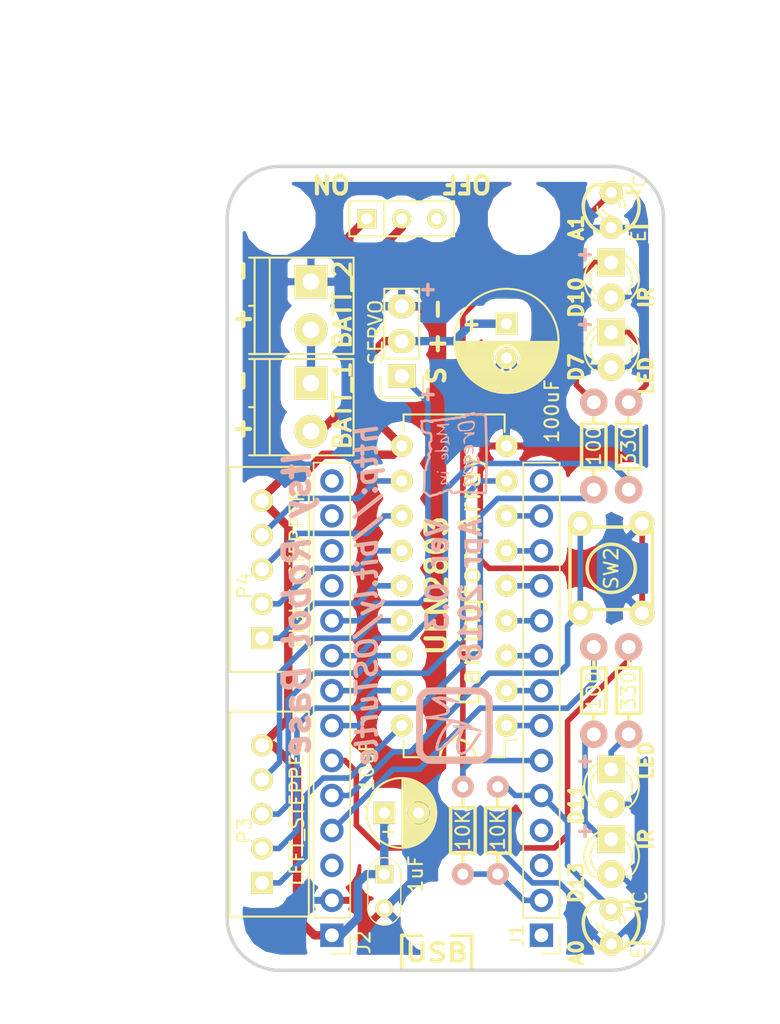
<source format=kicad_pcb>
(kicad_pcb (version 4) (host pcbnew 4.0.7)
  (title_block (title "Itsy Robot Board") (date 2018-04-28) (rev 0.3) (company www.MakersBox.us) (comment 1 "K. Olsen"))
  (layers (0 F.Cu signal) (31 B.Cu signal) (34 B.Paste user) (35 F.Paste user) (36 B.SilkS user hide) (37 F.SilkS user) (38 B.Mask user) (39 F.Mask user) (44 Edge.Cuts user))
  (net 0 "")
  (net 1 GND)
  (net 2 /D10)
  (net 3 /D11)
  (net 4 /D12)
  (net 5 /D13)
  (net 6 "Net-(P3-Pad2)")
  (net 7 "Net-(P3-Pad1)")
  (net 8 "Net-(P4-Pad2)")
  (net 9 "Net-(P4-Pad1)")
  (net 10 "Net-(P5-Pad2)")
  (net 11 "Net-(P6-Pad2)")
  (net 12 "Net-(P3-Pad3)")
  (net 13 "Net-(P3-Pad4)")
  (net 14 "Net-(P4-Pad3)")
  (net 15 "Net-(P4-Pad4)")
  (net 16 /A4)
  (net 17 /A5)
  (net 18 /A0)
  (net 19 /A1)
  (net 20 /D5)
  (net 21 "Net-(D2-Pad2)")
  (net 22 "Net-(D3-Pad2)")
  (net 23 "Net-(D4-Pad2)")
  (net 24 "Net-(D5-Pad2)")
  (net 25 /D9)
  (net 26 /A2)
  (net 27 /A3)
  (net 28 /BAT)
  (net 29 /RST)
  (net 30 +3V3)
  (net 31 "Net-(J1-Pad3)")
  (net 32 "Net-(J1-Pad4)")
  (net 33 /D15)
  (net 34 /D16)
  (net 35 /D14)
  (net 36 "Net-(J1-Pad14)")
  (net 37 /USB)
  (net 38 /D7)
  (net 39 /SCL)
  (net 40 /SDA)
  (net 41 /TX)
  (net 42 /RX)
  (module library:JST_B5B-XH-A (layer F.Cu) (at 124.46 111.76 90)
    (fp_text reference P3 (at 3.81 -1.27 90) (layer F.SilkS))
    (fp_text value LEFT_STEPPER (at 5.08 2.54 90) (layer F.SilkS))
    (pad 1 thru_hole rect (at 0 0 90) (size 1.6 1.6) (drill 1) (layers *.Cu *.Mask F.SilkS) (net 7 "Net-(P3-Pad1)"))
    (pad 2 thru_hole circle (at 2.5 0 90) (size 1.6 1.6) (drill 1) (layers *.Cu *.Mask F.SilkS) (net 6 "Net-(P3-Pad2)"))
    (pad 3 thru_hole circle (at 5 0 90) (size 1.6 1.6) (drill 1) (layers *.Cu *.Mask F.SilkS) (net 12 "Net-(P3-Pad3)"))
    (pad 4 thru_hole circle (at 7.5 0 90) (size 1.6 1.6) (drill 1) (layers *.Cu *.Mask F.SilkS) (net 13 "Net-(P3-Pad4)"))
    (pad 5 thru_hole circle (at 10 0 90) (size 1.6 1.6) (drill 1) (layers *.Cu *.Mask F.SilkS) (net 28 /BAT))
  )
  (module Capacitors_ThroughHole:C_Radial_D5_L11_P2.5 (layer F.Cu) (at 133.35 106.68)
    (fp_text reference C2 hide)
    (fp_text value 10uF (at -1.27 -3.429 90) (layer F.SilkS))
    (fp_text user + (at 0.3 1.3) (layer F.SilkS))
    (pad 1 thru_hole rect (at 0 0) (size 1.6 1.6) (drill 0.8) (layers *.Cu *.Mask F.SilkS) (net 28 /BAT))
    (pad 2 thru_hole circle (at 2.5 0) (size 1.6 1.6) (drill 0.8) (layers *.Cu *.Mask F.SilkS) (net 1 GND))
  )
  (module Pin_Headers:Pin_Header_Straight_1x14_Pitch2.54mm (layer F.Cu) (at 144.78 115.57 180)
    (fp_text reference J1 (at 1.778 0 270) (layer F.SilkS))
    (fp_text value Isty_Left)
    (pad 1 thru_hole rect (at 0 0 180) (size 1.7 1.7) (drill 1) (layers *.Cu *.Mask) (net 29 /RST))
    (pad 2 thru_hole oval (at 0 2.54 180) (size 1.7 1.7) (drill 1) (layers *.Cu *.Mask) (net 30 +3V3))
    (pad 3 thru_hole oval (at 0 5.08 180) (size 1.7 1.7) (drill 1) (layers *.Cu *.Mask) (net 31 "Net-(J1-Pad3)"))
    (pad 4 thru_hole oval (at 0 7.62 180) (size 1.7 1.7) (drill 1) (layers *.Cu *.Mask) (net 32 "Net-(J1-Pad4)"))
    (pad 5 thru_hole oval (at 0 10.16 180) (size 1.7 1.7) (drill 1) (layers *.Cu *.Mask) (net 18 /A0))
    (pad 6 thru_hole oval (at 0 12.7 180) (size 1.7 1.7) (drill 1) (layers *.Cu *.Mask) (net 19 /A1))
    (pad 7 thru_hole oval (at 0 15.24 180) (size 1.7 1.7) (drill 1) (layers *.Cu *.Mask) (net 26 /A2))
    (pad 8 thru_hole oval (at 0 17.78 180) (size 1.7 1.7) (drill 1) (layers *.Cu *.Mask) (net 27 /A3))
    (pad 9 thru_hole oval (at 0 20.32 180) (size 1.7 1.7) (drill 1) (layers *.Cu *.Mask) (net 16 /A4))
    (pad 10 thru_hole oval (at 0 22.86 180) (size 1.7 1.7) (drill 1) (layers *.Cu *.Mask) (net 17 /A5))
    (pad 11 thru_hole oval (at 0 25.4 180) (size 1.7 1.7) (drill 1) (layers *.Cu *.Mask) (net 33 /D15))
    (pad 12 thru_hole oval (at 0 27.94 180) (size 1.7 1.7) (drill 1) (layers *.Cu *.Mask) (net 34 /D16))
    (pad 13 thru_hole oval (at 0 30.48 180) (size 1.7 1.7) (drill 1) (layers *.Cu *.Mask) (net 35 /D14))
    (pad 14 thru_hole oval (at 0 33.02 180) (size 1.7 1.7) (drill 1) (layers *.Cu *.Mask) (net 36 "Net-(J1-Pad14)"))
  )
  (module Capacitors_ThroughHole:C_Disc_D3_P2.5 (layer F.Cu) (at 133.35 111.125 270)
    (fp_text reference C3 hide)
    (fp_text value 1uF (at 0 -2.286 450) (layer F.SilkS))
    (pad 1 thru_hole rect (at 0 0 270) (size 1.3 1.3) (drill 0.8) (layers *.Cu *.Mask F.SilkS) (net 28 /BAT))
    (pad 2 thru_hole circle (at 2.5 0 270) (size 1.3 1.3) (drill 0.8001) (layers *.Cu *.Mask F.SilkS) (net 1 GND))
  )
  (module myFootPrints:PHOTOTRANS (layer F.Cu) (at 149.86 114.935 90)
    (fp_text reference Q2 hide)
    (fp_text value OPTO_NPN hide)
    (fp_text user E (at -1.9 2 90) (layer F.SilkS))
    (fp_text user C (at 2.1 2.1 90) (layer F.SilkS))
    (pad 1 thru_hole circle (at -1.27 0 90) (size 1.6764 1.6764) (drill 0.8128) (layers *.Cu *.Mask F.SilkS) (net 1 GND))
    (pad 3 thru_hole circle (at 1.27 0 135) (size 1.6764 1.6764) (drill 0.8128) (layers *.Cu *.Mask F.SilkS) (net 18 /A0))
  )
  (module myFootPrints:PHOTOTRANS (layer F.Cu) (at 149.86 62.865 90)
    (fp_text reference Q1 hide)
    (fp_text value OPTO_NPN hide)
    (fp_text user E (at -1.9 2 90) (layer F.SilkS))
    (fp_text user C (at 2.1 2.1 90) (layer F.SilkS))
    (pad 1 thru_hole circle (at -1.27 0 90) (size 1.6764 1.6764) (drill 0.8128) (layers *.Cu *.Mask F.SilkS) (net 1 GND))
    (pad 3 thru_hole circle (at 1.27 0 135) (size 1.6764 1.6764) (drill 0.8128) (layers *.Cu *.Mask F.SilkS) (net 19 /A1))
  )
  (module Housings_DIP:DIP-18_W7.62mm (layer F.Cu) (at 142.24 100.33 180)
    (fp_text reference U1 hide)
    (fp_text value ULN2803 (at 5.08 10.16 270) (layer F.SilkS) (effects (font (size 1.5 1.5) (thickness 0.3))))
    (pad 1 thru_hole oval (at 0 0 180) (size 1.6 1.6) (drill 0.8) (layers *.Cu *.Mask F.SilkS) (net 26 /A2))
    (pad 2 thru_hole oval (at 0 2.54 180) (size 1.6 1.6) (drill 0.8) (layers *.Cu *.Mask F.SilkS) (net 27 /A3))
    (pad 3 thru_hole oval (at 0 5.08 180) (size 1.6 1.6) (drill 0.8) (layers *.Cu *.Mask F.SilkS) (net 16 /A4))
    (pad 4 thru_hole oval (at 0 7.62 180) (size 1.6 1.6) (drill 0.8) (layers *.Cu *.Mask F.SilkS) (net 17 /A5))
    (pad 5 thru_hole oval (at 0 10.16 180) (size 1.6 1.6) (drill 0.8) (layers *.Cu *.Mask F.SilkS) (net 33 /D15))
    (pad 6 thru_hole oval (at 0 12.7 180) (size 1.6 1.6) (drill 0.8) (layers *.Cu *.Mask F.SilkS) (net 34 /D16))
    (pad 7 thru_hole oval (at 0 15.24 180) (size 1.6 1.6) (drill 0.8) (layers *.Cu *.Mask F.SilkS) (net 35 /D14))
    (pad 8 thru_hole oval (at 0 17.78 180) (size 1.6 1.6) (drill 0.8) (layers *.Cu *.Mask F.SilkS) (net 25 /D9))
    (pad 9 thru_hole oval (at 0 20.32 180) (size 1.6 1.6) (drill 0.8) (layers *.Cu *.Mask F.SilkS) (net 1 GND))
    (pad 10 thru_hole oval (at 7.62 20.32 180) (size 1.6 1.6) (drill 0.8) (layers *.Cu *.Mask F.SilkS) (net 28 /BAT))
    (pad 11 thru_hole oval (at 7.62 17.78 180) (size 1.6 1.6) (drill 0.8) (layers *.Cu *.Mask F.SilkS) (net 15 "Net-(P4-Pad4)"))
    (pad 12 thru_hole oval (at 7.62 15.24 180) (size 1.6 1.6) (drill 0.8) (layers *.Cu *.Mask F.SilkS) (net 14 "Net-(P4-Pad3)"))
    (pad 13 thru_hole oval (at 7.62 12.7 180) (size 1.6 1.6) (drill 0.8) (layers *.Cu *.Mask F.SilkS) (net 8 "Net-(P4-Pad2)"))
    (pad 14 thru_hole oval (at 7.62 10.16 180) (size 1.6 1.6) (drill 0.8) (layers *.Cu *.Mask F.SilkS) (net 9 "Net-(P4-Pad1)"))
    (pad 15 thru_hole oval (at 7.62 7.62 180) (size 1.6 1.6) (drill 0.8) (layers *.Cu *.Mask F.SilkS) (net 13 "Net-(P3-Pad4)"))
    (pad 16 thru_hole oval (at 7.62 5.08 180) (size 1.6 1.6) (drill 0.8) (layers *.Cu *.Mask F.SilkS) (net 12 "Net-(P3-Pad3)"))
    (pad 17 thru_hole oval (at 7.62 2.54 180) (size 1.6 1.6) (drill 0.8) (layers *.Cu *.Mask F.SilkS) (net 6 "Net-(P3-Pad2)"))
    (pad 18 thru_hole oval (at 7.62 0 180) (size 1.6 1.6) (drill 0.8) (layers *.Cu *.Mask F.SilkS) (net 7 "Net-(P3-Pad1)"))
  )
  (module library:JST_B5B-XH-A (layer F.Cu) (at 124.46 93.98 90)
    (fp_text reference P4 (at 3.81 -1.27 90) (layer F.SilkS))
    (fp_text value RIGHT_STEPPER (at 5.08 2.54 90) (layer F.SilkS))
    (pad 1 thru_hole rect (at 0 0 90) (size 1.6 1.6) (drill 1) (layers *.Cu *.Mask F.SilkS) (net 9 "Net-(P4-Pad1)"))
    (pad 2 thru_hole circle (at 2.5 0 90) (size 1.6 1.6) (drill 1) (layers *.Cu *.Mask F.SilkS) (net 8 "Net-(P4-Pad2)"))
    (pad 3 thru_hole circle (at 5 0 90) (size 1.6 1.6) (drill 1) (layers *.Cu *.Mask F.SilkS) (net 14 "Net-(P4-Pad3)"))
    (pad 4 thru_hole circle (at 7.5 0 90) (size 1.6 1.6) (drill 1) (layers *.Cu *.Mask F.SilkS) (net 15 "Net-(P4-Pad4)"))
    (pad 5 thru_hole circle (at 10 0 90) (size 1.6 1.6) (drill 1) (layers *.Cu *.Mask F.SilkS) (net 28 /BAT))
  )
  (module myFootPrints:Lego_Pad (layer F.Cu) (at 137.16 114.3)
    (fp_text reference P9 hide)
    (fp_text value CONN_01X01 hide)
    (pad "" np_thru_hole circle (at 0 0) (size 3.25 3.25) (drill 3.25) (layers *.Cu *.Mask))
  )
  (module myFootPrints:Lego_Pad (layer F.Cu) (at 143.51 63.5)
    (fp_text reference P9 hide)
    (fp_text value CONN_01X01 hide)
    (pad "" np_thru_hole circle (at 0 0) (size 3.25 3.25) (drill 3.25) (layers *.Cu *.Mask))
  )
  (module myFootPrints:Lego_Pad (layer F.Cu) (at 125.73 63.5)
    (fp_text reference P9 hide)
    (fp_text value CONN_01X01 hide)
    (pad "" np_thru_hole circle (at 0 0) (size 3.25 3.25) (drill 3.25) (layers *.Cu *.Mask))
  )
  (module Capacitors_ThroughHole:C_Radial_D7.5_L11.2_P2.5 (layer F.Cu) (at 142.24 71.12 270)
    (fp_text reference C1 hide)
    (fp_text value 100uF (at 6.35 -3.302 450) (layer F.SilkS))
    (pad 2 thru_hole circle (at 2.5 0 270) (size 1.6 1.6) (drill 0.8) (layers *.Cu *.Mask F.SilkS) (net 1 GND))
    (pad 1 thru_hole rect (at 0 0 270) (size 1.6 1.6) (drill 0.8) (layers *.Cu *.Mask F.SilkS) (net 28 /BAT))
  )
  (module Pin_Headers:Pin_Header_Straight_1x03 (layer F.Cu) (at 134.62 74.93 180)
    (fp_text reference P7 hide)
    (fp_text value SERVO (at 1.905 3.175 270) (layer F.SilkS))
    (pad 1 thru_hole rect (at 0 0 180) (size 2.032 1.7272) (drill 1.016) (layers *.Cu *.Mask F.SilkS) (net 20 /D5))
    (pad 2 thru_hole oval (at 0 2.54 180) (size 2.032 1.7272) (drill 1.016) (layers *.Cu *.Mask F.SilkS) (net 28 /BAT))
    (pad 3 thru_hole oval (at 0 5.08 180) (size 2.032 1.7272) (drill 1.016) (layers *.Cu *.Mask F.SilkS) (net 1 GND))
  )
  (module myFootPrints:SW_Micro_SPST (layer F.Cu) (at 134.62 63.5)
    (fp_text reference SW1 hide)
    (fp_text value SPST)
    (pad 1 thru_hole rect (at -2.54 0) (size 1.397 1.397) (drill 0.8128) (layers *.Cu *.Mask F.SilkS) (net 11 "Net-(P6-Pad2)"))
    (pad 2 thru_hole circle (at 0 0) (size 1.397 1.397) (drill 0.8128) (layers *.Cu *.Mask F.SilkS) (net 28 /BAT))
    (pad 3 thru_hole circle (at 2.54 0) (size 1.397 1.397) (drill 0.8128) (layers *.Cu *.Mask F.SilkS))
  )
  (module myFootPrints:MadeInOregonRev25 (layer F.Cu) (at 138.43 80.645 90)
    (fp_text reference VAL hide)
    (fp_text value MadeInOregonRev25 hide)
  )
  (module myFootPrints:MB225rev (layer F.Cu) (at 138.43 100.33 90)
    (fp_text reference VAL hide)
    (fp_text value MB225rev hide)
  )
  (module Terminal_Blocks:TerminalBlock_Pheonix_PT-3.5mm_2pol (layer F.Cu) (at 128.016 68.072 270)
    (fp_text reference P5 hide)
    (fp_text value BATT1)
    (pad 2 thru_hole circle (at 3.5 0 270) (size 2.4 2.4) (drill 1.2) (layers *.Cu *.Mask F.SilkS) (net 10 "Net-(P5-Pad2)"))
    (pad 1 thru_hole rect (at 0 0 270) (size 2.4 2.4) (drill 1.2) (layers *.Cu *.Mask F.SilkS) (net 1 GND))
  )
  (module Terminal_Blocks:TerminalBlock_Pheonix_PT-3.5mm_2pol (layer F.Cu) (at 128.016 75.438 270)
    (fp_text reference P6 hide)
    (fp_text value BATT2)
    (pad 2 thru_hole circle (at 3.5 0 270) (size 2.4 2.4) (drill 1.2) (layers *.Cu *.Mask F.SilkS) (net 11 "Net-(P6-Pad2)"))
    (pad 1 thru_hole rect (at 0 0 270) (size 2.4 2.4) (drill 1.2) (layers *.Cu *.Mask F.SilkS) (net 10 "Net-(P5-Pad2)"))
  )
  (module LEDs:LED-3MM (layer F.Cu) (at 149.86 111.125 90)
    (fp_text reference D2 hide)
    (fp_text value IR_LED)
    (pad 1 thru_hole circle (at 0 0 180) (size 2 2) (drill 1.00076) (layers *.Cu *.Mask F.SilkS) (net 1 GND))
    (pad 2 thru_hole rect (at 2.54 0 90) (size 2 2) (drill 1.00076) (layers *.Cu *.Mask F.SilkS) (net 21 "Net-(D2-Pad2)"))
  )
  (module LEDs:LED-3MM (layer F.Cu) (at 149.86 74.295 90)
    (fp_text reference D3 hide)
    (fp_text value LED)
    (pad 1 thru_hole circle (at 0 0 180) (size 2 2) (drill 1.00076) (layers *.Cu *.Mask F.SilkS) (net 1 GND))
    (pad 2 thru_hole rect (at 2.54 0 90) (size 2 2) (drill 1.00076) (layers *.Cu *.Mask F.SilkS) (net 22 "Net-(D3-Pad2)"))
  )
  (module LEDs:LED-3MM (layer F.Cu) (at 149.86 106.045 90)
    (fp_text reference D4 hide)
    (fp_text value LED)
    (pad 1 thru_hole circle (at 0 0 180) (size 2 2) (drill 1.00076) (layers *.Cu *.Mask F.SilkS) (net 1 GND))
    (pad 2 thru_hole rect (at 2.54 0 90) (size 2 2) (drill 1.00076) (layers *.Cu *.Mask F.SilkS) (net 23 "Net-(D4-Pad2)"))
  )
  (module LEDs:LED-3MM (layer F.Cu) (at 149.86 69.215 90)
    (fp_text reference D5 hide)
    (fp_text value "IR LED")
    (pad 1 thru_hole circle (at 0 0 180) (size 2 2) (drill 1.00076) (layers *.Cu *.Mask F.SilkS) (net 1 GND))
    (pad 2 thru_hole rect (at 2.54 0 90) (size 2 2) (drill 1.00076) (layers *.Cu *.Mask F.SilkS) (net 24 "Net-(D5-Pad2)"))
  )
  (module myFootPrints:Resistor_Horz (layer F.Cu) (at 148.59 97.79 270)
    (fp_text reference R2)
    (fp_text value 100 (at 0 0 270) (layer F.SilkS))
    (pad 1 thru_hole circle (at -3.175 0 270) (size 1.99898 1.99898) (drill 1.00076) (layers *.Cu *.SilkS *.Mask) (net 5 /D13))
    (pad 2 thru_hole circle (at 3.175 0 270) (size 1.99898 1.99898) (drill 1.00076) (layers *.Cu *.SilkS *.Mask) (net 21 "Net-(D2-Pad2)"))
  )
  (module myFootPrints:Resistor_Horz (layer F.Cu) (at 151.13 80.01 90)
    (fp_text reference R3)
    (fp_text value 330 (at 0 0 90) (layer F.SilkS))
    (pad 1 thru_hole circle (at -3.175 0 90) (size 1.99898 1.99898) (drill 1.00076) (layers *.Cu *.SilkS *.Mask) (net 38 /D7))
    (pad 2 thru_hole circle (at 3.175 0 90) (size 1.99898 1.99898) (drill 1.00076) (layers *.Cu *.SilkS *.Mask) (net 22 "Net-(D3-Pad2)"))
  )
  (module myFootPrints:Resistor_Horz (layer F.Cu) (at 151.13 97.79 270)
    (fp_text reference R4)
    (fp_text value 330 (at 0 0 270) (layer F.SilkS))
    (pad 1 thru_hole circle (at -3.175 0 270) (size 1.99898 1.99898) (drill 1.00076) (layers *.Cu *.SilkS *.Mask) (net 3 /D11))
    (pad 2 thru_hole circle (at 3.175 0 270) (size 1.99898 1.99898) (drill 1.00076) (layers *.Cu *.SilkS *.Mask) (net 23 "Net-(D4-Pad2)"))
  )
  (module myFootPrints:Resistor_Horz (layer F.Cu) (at 148.59 80.01 90)
    (fp_text reference R5)
    (fp_text value 100 (at 0 0 90) (layer F.SilkS))
    (pad 1 thru_hole circle (at -3.175 0 90) (size 1.99898 1.99898) (drill 1.00076) (layers *.Cu *.SilkS *.Mask) (net 2 /D10))
    (pad 2 thru_hole circle (at 3.175 0 90) (size 1.99898 1.99898) (drill 1.00076) (layers *.Cu *.SilkS *.Mask) (net 24 "Net-(D5-Pad2)"))
  )
  (module myFootPrints:Resistor_Horz (layer F.Cu) (at 141.605 107.95 90)
    (fp_text reference R6)
    (fp_text value 10K (at 0 0 90) (layer F.SilkS))
    (pad 1 thru_hole circle (at -3.175 0 90) (size 1.6 1.6) (drill 0.8) (layers *.Cu *.SilkS *.Mask) (net 30 +3V3))
    (pad 2 thru_hole circle (at 3.175 0 90) (size 1.6 1.6) (drill 0.8) (layers *.Cu *.SilkS *.Mask) (net 18 /A0))
  )
  (module myFootPrints:Resistor_Horz (layer F.Cu) (at 139.065 107.95 90)
    (fp_text reference R7)
    (fp_text value 10K (at 0 0 90) (layer F.SilkS))
    (pad 1 thru_hole circle (at -3.175 0 90) (size 1.6 1.6) (drill 0.8) (layers *.Cu *.SilkS *.Mask) (net 30 +3V3))
    (pad 2 thru_hole circle (at 3.175 0 90) (size 1.6 1.6) (drill 0.8) (layers *.Cu *.SilkS *.Mask) (net 19 /A1))
  )
  (module myFootPrints:SW_PUSH_SMALL (layer F.Cu) (at 149.86 88.9 90)
    (fp_text reference SW2 (at 0 0 90) (layer F.SilkS))
    (fp_text value SW_PUSH hide)
    (pad 1 thru_hole circle (at 3.25 -2.25 90) (size 1.8 1.8) (drill 1) (layers *.Cu *.Mask F.SilkS) (net 4 /D12))
    (pad 2 thru_hole circle (at 3.25 2.25 90) (size 1.8 1.8) (drill 1) (layers *.Cu *.Mask F.SilkS) (net 1 GND))
    (pad 1 thru_hole circle (at -3.25 -2.25 90) (size 1.8 1.8) (drill 1) (layers *.Cu *.Mask F.SilkS) (net 4 /D12))
    (pad 2 thru_hole circle (at -3.25 2.25 90) (size 1.8 1.8) (drill 1) (layers *.Cu *.Mask F.SilkS) (net 1 GND))
  )
  (module Pin_Headers:Pin_Header_Straight_1x14_Pitch2.54mm (layer F.Cu) (at 129.54 115.57 180)
    (fp_text reference J2 (at -2.286 -0.508 270) (layer F.SilkS))
    (fp_text value Itsy_right)
    (pad 1 thru_hole rect (at 0 0 180) (size 1.7 1.7) (drill 1) (layers *.Cu *.Mask) (net 28 /BAT))
    (pad 2 thru_hole oval (at 0 2.54 180) (size 1.7 1.7) (drill 1) (layers *.Cu *.Mask) (net 1 GND))
    (pad 3 thru_hole oval (at 0 5.08 180) (size 1.7 1.7) (drill 1) (layers *.Cu *.Mask) (net 37 /USB))
    (pad 4 thru_hole oval (at 0 7.62 180) (size 1.7 1.7) (drill 1) (layers *.Cu *.Mask) (net 5 /D13))
    (pad 5 thru_hole oval (at 0 10.16 180) (size 1.7 1.7) (drill 1) (layers *.Cu *.Mask) (net 4 /D12))
    (pad 6 thru_hole oval (at 0 12.7 180) (size 1.7 1.7) (drill 1) (layers *.Cu *.Mask) (net 3 /D11))
    (pad 7 thru_hole oval (at 0 15.24 180) (size 1.7 1.7) (drill 1) (layers *.Cu *.Mask) (net 2 /D10))
    (pad 8 thru_hole oval (at 0 17.78 180) (size 1.7 1.7) (drill 1) (layers *.Cu *.Mask) (net 25 /D9))
    (pad 9 thru_hole oval (at 0 20.32 180) (size 1.7 1.7) (drill 1) (layers *.Cu *.Mask) (net 38 /D7))
    (pad 10 thru_hole oval (at 0 22.86 180) (size 1.7 1.7) (drill 1) (layers *.Cu *.Mask) (net 20 /D5))
    (pad 11 thru_hole oval (at 0 25.4 180) (size 1.7 1.7) (drill 1) (layers *.Cu *.Mask) (net 39 /SCL))
    (pad 12 thru_hole oval (at 0 27.94 180) (size 1.7 1.7) (drill 1) (layers *.Cu *.Mask) (net 40 /SDA))
    (pad 13 thru_hole oval (at 0 30.48 180) (size 1.7 1.7) (drill 1) (layers *.Cu *.Mask) (net 41 /TX))
    (pad 14 thru_hole oval (at 0 33.02 180) (size 1.7 1.7) (drill 1) (layers *.Cu *.Mask) (net 42 /RX))
  )
  (gr_line (start 139.7 115.57) (end 139.7 118.11) (angle 90) (layer F.SilkS) (width 0.254))
  (gr_line (start 136.525 115.57) (end 139.7 115.57) (angle 90) (layer F.SilkS) (width 0.254))
  (gr_line (start 134.62 115.57) (end 136.525 115.57) (angle 90) (layer F.SilkS) (width 0.254))
  (gr_line (start 134.62 118.11) (end 134.62 115.57) (angle 90) (layer F.SilkS) (width 0.254))
  (gr_text USB (at 137.16 116.84) (layer F.SilkS) (effects (font (size 1.27 1.5) (thickness 0.3))))
  (gr_text http://bit.ly/OSTurtle (at 132.08 90.805 90) (layer B.SilkS) (effects (font (size 1.5 1.5) (thickness 0.3) italic) (justify mirror)))
  (gr_text "Darlington Array" (at 139.573 89.789 90) (layer F.SilkS) (effects (font (size 1.5 1.5) (thickness 0.2))))
  (gr_text + (at 136.525 76.2) (layer B.SilkS) (effects (font (size 1 1) (thickness 0.25)) (justify mirror)))
  (gr_text + (at 136.525 68.58) (layer B.SilkS) (effects (font (size 1 1) (thickness 0.25)) (justify mirror)))
  (gr_text + (at 147.955 71.12) (layer B.SilkS) (effects (font (size 1 1) (thickness 0.25)) (justify mirror)))
  (gr_text + (at 147.955 66.04) (layer B.SilkS) (effects (font (size 1 1) (thickness 0.25)) (justify mirror)))
  (gr_text + (at 147.955 102.87) (layer B.SilkS) (effects (font (size 1 1) (thickness 0.25)) (justify mirror)))
  (gr_text + (at 147.955 107.95) (layer B.SilkS) (effects (font (size 1 1) (thickness 0.25)) (justify mirror)))
  (gr_text A1 (at 147.32 64.135 90) (layer F.SilkS) (effects (font (size 1 1) (thickness 0.25))))
  (gr_text D10 (at 147.32 69.215 90) (layer F.SilkS) (effects (font (size 1 1) (thickness 0.25))))
  (gr_text D7 (at 147.32 74.295 90) (layer F.SilkS) (effects (font (size 1 1) (thickness 0.25))))
  (gr_text D11 (at 147.32 106.045 90) (layer F.SilkS) (effects (font (size 1 1) (thickness 0.25))))
  (gr_text D13 (at 147.32 111.76 90) (layer F.SilkS) (effects (font (size 1 1) (thickness 0.25))))
  (gr_text A0 (at 147.32 116.84 90) (layer F.SilkS) (effects (font (size 1 1) (thickness 0.25))))
  (gr_line (start 148.59 59.69) (end 149.86 59.69) (angle 90) (layer Edge.Cuts) (width 0.254))
  (gr_line (start 148.59 118.11) (end 149.86 118.11) (angle 90) (layer Edge.Cuts) (width 0.254))
  (gr_text + (at 147.955 107.95) (layer F.SilkS) (effects (font (size 1.016 1.016) (thickness 0.254))))
  (gr_text + (at 147.955 102.87) (layer F.SilkS) (effects (font (size 1.016 1.016) (thickness 0.254))))
  (gr_text + (at 139.7 71.12) (layer F.SilkS) (effects (font (size 1.016 1.016) (thickness 0.254))))
  (gr_text + (at 147.955 66.04) (layer F.SilkS) (effects (font (size 1.016 1.016) (thickness 0.254))))
  (gr_text + (at 147.955 71.12) (layer F.SilkS) (effects (font (size 1.016 1.016) (thickness 0.254))))
  (gr_text LED (at 152.4 74.93 90) (layer F.SilkS) (effects (font (size 1.016 1.016) (thickness 0.254))))
  (gr_text IR (at 152.4 69.215 90) (layer F.SilkS) (effects (font (size 1.016 1.016) (thickness 0.254))))
  (gr_text LED (at 152.4 102.87 90) (layer F.SilkS) (effects (font (size 1.016 1.016) (thickness 0.254))))
  (gr_text IR (at 152.4 108.585 90) (layer F.SilkS) (effects (font (size 1.016 1.016) (thickness 0.254))))
  (gr_line (start 143.51 59.69) (end 148.59 59.69) (angle 90) (layer Edge.Cuts) (width 0.254))
  (gr_line (start 143.51 118.11) (end 148.59 118.11) (angle 90) (layer Edge.Cuts) (width 0.254))
  (gr_line (start 153.67 114.3) (end 153.67 63.5) (angle 90) (layer Edge.Cuts) (width 0.254))
  (gr_text "BATT_1 BATT_2" (at 130.302 73.406 90) (layer F.SilkS) (effects (font (size 1.25 1.25) (thickness 0.25))))
  (gr_text "Ver 0.3\nApr 2018" (at 138.43 85.09 90) (layer B.SilkS) (effects (font (size 1.5 1.5) (thickness 0.3)) (justify left mirror)))
  (gr_text "Itsy Robot Base" (at 127 91.44 90) (layer B.SilkS) (effects (font (size 1.85 1.85) (thickness 0.4) italic) (justify mirror)))
  (gr_text "S + -" (at 137.16 72.39 90) (layer F.SilkS) (effects (font (size 1.25 1.25) (thickness 0.3))))
  (gr_line (start 143.51 59.69) (end 125.73 59.69) (angle 90) (layer Edge.Cuts) (width 0.254))
  (gr_line (start 121.92 66.04) (end 121.92 63.5) (angle 90) (layer Edge.Cuts) (width 0.254))
  (gr_line (start 121.92 114.3) (end 121.92 113.03) (angle 90) (layer Edge.Cuts) (width 0.254))
  (gr_line (start 125.73 118.11) (end 143.51 118.11) (angle 90) (layer Edge.Cuts) (width 0.254))
  (gr_arc (start 149.86 114.3) (end 153.67 114.3) (angle 90) (layer Edge.Cuts) (width 0.254))
  (gr_arc (start 125.73 114.3) (end 125.73 118.11) (angle 90) (layer Edge.Cuts) (width 0.254))
  (gr_arc (start 149.86 63.5) (end 149.86 59.69) (angle 90) (layer Edge.Cuts) (width 0.254))
  (gr_arc (start 125.73 63.5) (end 121.92 63.5) (angle 90) (layer Edge.Cuts) (width 0.254))
  (gr_text "-  +   -  +" (at 123.19 73.025 270) (layer F.SilkS) (effects (font (size 1.27 1.27) (thickness 0.3))))
  (gr_text "OFF       ON" (at 134.62 60.96 180) (layer F.SilkS) (effects (font (size 1.27 1.27) (thickness 0.3))))
  (gr_line (start 121.92 113.03) (end 121.92 66.04) (angle 90) (layer Edge.Cuts) (width 0.254))
  (segment (start 152.11 92.15) (end 152.11 89.88) (width 0.4064) (layer F.Cu) (net 1))
  (segment (start 140.97 80.01) (end 142.24 80.01) (width 0.4064) (layer F.Cu) (net 1))
  (segment (start 140.335 80.645) (end 140.97 80.01) (width 0.4064) (layer F.Cu) (net 1))
  (segment (start 140.335 88.265) (end 140.335 80.645) (width 0.4064) (layer F.Cu) (net 1))
  (segment (start 140.97 88.9) (end 140.335 88.265) (width 0.4064) (layer F.Cu) (net 1))
  (segment (start 151.13 88.9) (end 140.97 88.9) (width 0.4064) (layer F.Cu) (net 1))
  (segment (start 152.11 89.88) (end 151.13 88.9) (width 0.4064) (layer F.Cu) (net 1))
  (segment (start 135.85 106.68) (end 135.85 104.18) (width 0.6096) (layer F.Cu) (net 1))
  (segment (start 135.89 69.85) (end 134.62 69.85) (width 0.6096) (layer F.Cu) (net 1))
  (segment (start 137.16 71.12) (end 135.89 69.85) (width 0.6096) (layer F.Cu) (net 1))
  (segment (start 137.16 102.87) (end 137.16 71.12) (width 0.6096) (layer F.Cu) (net 1))
  (segment (start 135.85 104.18) (end 137.16 102.87) (width 0.6096) (layer F.Cu) (net 1))
  (segment (start 152.035 85.725) (end 152.11 85.65) (width 0.4064) (layer F.Cu) (net 1))
  (segment (start 152.11 85.65) (end 152.11 92.15) (width 0.4064) (layer F.Cu) (net 1))
  (segment (start 134.62 69.85) (end 137.16 69.85) (width 0.4064) (layer B.Cu) (net 1))
  (segment (start 137.16 69.85) (end 140.335 66.675) (width 0.4064) (layer B.Cu) (net 1))
  (segment (start 140.335 66.675) (end 145.415 66.675) (width 0.4064) (layer B.Cu) (net 1))
  (segment (start 145.415 66.675) (end 147.955 64.135) (width 0.4064) (layer B.Cu) (net 1))
  (segment (start 147.955 64.135) (end 149.86 64.135) (width 0.4064) (layer B.Cu) (net 1))
  (segment (start 135.85 106.68) (end 139.065 106.68) (width 0.4064) (layer B.Cu) (net 1))
  (segment (start 147.32 114.3) (end 149.225 116.205) (width 0.4064) (layer B.Cu) (net 1))
  (segment (start 147.32 113.03) (end 147.32 114.3) (width 0.4064) (layer B.Cu) (net 1))
  (segment (start 146.05 111.76) (end 147.32 113.03) (width 0.4064) (layer B.Cu) (net 1))
  (segment (start 144.145 111.76) (end 146.05 111.76) (width 0.4064) (layer B.Cu) (net 1))
  (segment (start 139.065 106.68) (end 144.145 111.76) (width 0.4064) (layer B.Cu) (net 1))
  (segment (start 149.225 116.205) (end 149.86 116.205) (width 0.4064) (layer B.Cu) (net 1))
  (segment (start 151.765 112.395) (end 151.765 106.68) (width 0.4064) (layer B.Cu) (net 1))
  (segment (start 151.765 106.68) (end 151.13 106.045) (width 0.4064) (layer B.Cu) (net 1))
  (segment (start 151.13 106.045) (end 149.86 106.045) (width 0.4064) (layer B.Cu) (net 1))
  (segment (start 149.86 116.205) (end 151.765 114.3) (width 0.4064) (layer B.Cu) (net 1))
  (segment (start 151.765 114.3) (end 151.765 112.395) (width 0.4064) (layer B.Cu) (net 1))
  (segment (start 151.765 112.395) (end 150.495 111.125) (width 0.4064) (layer B.Cu) (net 1))
  (segment (start 133.35 113.625) (end 133.39 113.625) (width 0.6096) (layer B.Cu) (net 1))
  (segment (start 133.39 113.625) (end 135.85 111.165) (width 0.6096) (layer B.Cu) (net 1))
  (segment (start 135.85 111.165) (end 135.85 106.68) (width 0.6096) (layer B.Cu) (net 1))
  (segment (start 134.62 69.85) (end 132.715 69.85) (width 0.6096) (layer B.Cu) (net 1))
  (segment (start 132.715 69.85) (end 130.937 68.072) (width 0.6096) (layer B.Cu) (net 1))
  (segment (start 130.937 68.072) (end 128.016 68.072) (width 0.6096) (layer B.Cu) (net 1))
  (segment (start 150.495 111.125) (end 149.86 111.125) (width 0.4064) (layer B.Cu) (net 1))
  (segment (start 152.4 68.58) (end 152.4 73.025) (width 0.4064) (layer B.Cu) (net 1))
  (segment (start 151.13 74.295) (end 149.86 74.295) (width 0.4064) (layer B.Cu) (net 1))
  (segment (start 152.4 73.025) (end 151.13 74.295) (width 0.4064) (layer B.Cu) (net 1))
  (segment (start 149.86 64.135) (end 151.13 64.135) (width 0.4064) (layer B.Cu) (net 1))
  (segment (start 151.13 64.135) (end 152.4 65.405) (width 0.4064) (layer B.Cu) (net 1))
  (segment (start 152.4 65.405) (end 152.4 68.58) (width 0.4064) (layer B.Cu) (net 1))
  (segment (start 151.765 69.215) (end 149.86 69.215) (width 0.4064) (layer B.Cu) (net 1))
  (segment (start 152.4 68.58) (end 151.765 69.215) (width 0.4064) (layer B.Cu) (net 1))
  (segment (start 149.86 74.295) (end 142.915 74.295) (width 0.4064) (layer B.Cu) (net 1))
  (segment (start 142.915 74.295) (end 142.24 73.62) (width 0.4064) (layer B.Cu) (net 1))
  (segment (start 142.24 80.01) (end 142.24 73.62) (width 0.4064) (layer B.Cu) (net 1))
  (segment (start 140.335 89.535) (end 140.335 85.09) (width 0.4064) (layer B.Cu) (net 2))
  (segment (start 131.445 100.33) (end 132.715 99.06) (width 0.4064) (layer B.Cu) (net 2))
  (segment (start 132.715 99.06) (end 135.89 99.06) (width 0.4064) (layer B.Cu) (net 2))
  (segment (start 135.89 99.06) (end 140.335 94.615) (width 0.4064) (layer B.Cu) (net 2))
  (segment (start 140.335 94.615) (end 140.335 90.17) (width 0.4064) (layer B.Cu) (net 2))
  (segment (start 140.335 90.17) (end 140.335 89.535) (width 0.4064) (layer B.Cu) (net 2))
  (segment (start 129.54 100.33) (end 131.445 100.33) (width 0.4064) (layer B.Cu) (net 2))
  (segment (start 141.605 83.82) (end 147.955 83.82) (width 0.4064) (layer B.Cu) (net 2))
  (segment (start 140.335 85.09) (end 141.605 83.82) (width 0.4064) (layer B.Cu) (net 2))
  (segment (start 147.955 83.82) (end 148.59 83.185) (width 0.4064) (layer B.Cu) (net 2))
  (segment (start 148.59 82.55) (end 148.59 83.185) (width 0.4064) (layer B.Cu) (net 2))
  (segment (start 151.13 94.615) (end 151.13 95.5675) (width 0.4064) (layer F.Cu) (net 3))
  (segment (start 151.13 95.5675) (end 146.685 100.0125) (width 0.4064) (layer F.Cu) (net 3))
  (segment (start 146.685 100.0125) (end 146.685 108.2675) (width 0.4064) (layer F.Cu) (net 3))
  (segment (start 146.685 108.2675) (end 145.7325 109.22) (width 0.4064) (layer F.Cu) (net 3))
  (segment (start 145.7325 109.22) (end 132.969 109.22) (width 0.4064) (layer F.Cu) (net 3))
  (segment (start 132.969 109.22) (end 131.318 107.569) (width 0.4064) (layer F.Cu) (net 3))
  (segment (start 131.318 107.569) (end 131.318 103.6955) (width 0.4064) (layer F.Cu) (net 3))
  (segment (start 131.318 103.6955) (end 130.4925 102.87) (width 0.4064) (layer F.Cu) (net 3))
  (segment (start 130.4925 102.87) (end 129.54 102.87) (width 0.4064) (layer F.Cu) (net 3))
  (segment (start 147.61 92.15) (end 147.61 85.65) (width 0.4064) (layer B.Cu) (net 4))
  (segment (start 129.54 105.41) (end 130.81 105.41) (width 0.4064) (layer B.Cu) (net 4))
  (segment (start 146.685 93.075) (end 147.61 92.15) (width 0.4064) (layer B.Cu) (net 4))
  (segment (start 146.685 95.885) (end 146.685 93.075) (width 0.4064) (layer B.Cu) (net 4))
  (segment (start 146.05 96.52) (end 146.685 95.885) (width 0.4064) (layer B.Cu) (net 4))
  (segment (start 140.97 96.52) (end 146.05 96.52) (width 0.4064) (layer B.Cu) (net 4))
  (segment (start 135.255 102.235) (end 140.97 96.52) (width 0.4064) (layer B.Cu) (net 4))
  (segment (start 133.985 102.235) (end 135.255 102.235) (width 0.4064) (layer B.Cu) (net 4))
  (segment (start 130.81 105.41) (end 133.985 102.235) (width 0.4064) (layer B.Cu) (net 4))
  (segment (start 137.16 102.235) (end 135.89 103.505) (width 0.4064) (layer B.Cu) (net 5))
  (segment (start 137.16 102.235) (end 140.335 99.06) (width 0.4064) (layer B.Cu) (net 5))
  (segment (start 140.335 99.06) (end 146.685 99.06) (width 0.4064) (layer B.Cu) (net 5))
  (segment (start 146.685 99.06) (end 148.59 97.155) (width 0.4064) (layer B.Cu) (net 5))
  (segment (start 148.59 94.615) (end 148.59 97.155) (width 0.4064) (layer B.Cu) (net 5))
  (segment (start 133.985 103.505) (end 129.54 107.95) (width 0.4064) (layer B.Cu) (net 5))
  (segment (start 135.89 103.505) (end 133.985 103.505) (width 0.4064) (layer B.Cu) (net 5))
  (segment (start 127 104.14) (end 127 107.95) (width 0.4064) (layer B.Cu) (net 6))
  (segment (start 134.62 97.79) (end 132.715 97.79) (width 0.4064) (layer B.Cu) (net 6))
  (segment (start 127 102.87) (end 127 104.14) (width 0.4064) (layer B.Cu) (net 6))
  (segment (start 127 100.33) (end 127 102.87) (width 0.4064) (layer B.Cu) (net 6))
  (segment (start 128.27 99.06) (end 127 100.33) (width 0.4064) (layer B.Cu) (net 6))
  (segment (start 131.445 99.06) (end 128.27 99.06) (width 0.4064) (layer B.Cu) (net 6))
  (segment (start 132.715 97.79) (end 131.445 99.06) (width 0.4064) (layer B.Cu) (net 6))
  (segment (start 125.69 109.26) (end 124.46 109.26) (width 0.4064) (layer B.Cu) (net 6))
  (segment (start 127 107.95) (end 125.69 109.26) (width 0.4064) (layer B.Cu) (net 6))
  (segment (start 130.81 104.14) (end 128.905 104.14) (width 0.4064) (layer B.Cu) (net 7))
  (segment (start 132.08 102.87) (end 130.81 104.14) (width 0.4064) (layer B.Cu) (net 7))
  (segment (start 134.62 100.33) (end 132.08 102.87) (width 0.4064) (layer B.Cu) (net 7))
  (segment (start 125.73 111.76) (end 124.46 111.76) (width 0.4064) (layer B.Cu) (net 7))
  (segment (start 127.635 109.855) (end 125.73 111.76) (width 0.4064) (layer B.Cu) (net 7))
  (segment (start 127.635 105.41) (end 127.635 109.855) (width 0.4064) (layer B.Cu) (net 7))
  (segment (start 128.27 104.775) (end 127.635 105.41) (width 0.4064) (layer B.Cu) (net 7))
  (segment (start 128.905 104.14) (end 128.27 104.775) (width 0.4064) (layer B.Cu) (net 7))
  (segment (start 124.46 91.48) (end 125.69 91.48) (width 0.4064) (layer B.Cu) (net 8))
  (segment (start 132.715 87.63) (end 134.62 87.63) (width 0.4064) (layer B.Cu) (net 8))
  (segment (start 131.445 88.9) (end 132.715 87.63) (width 0.4064) (layer B.Cu) (net 8))
  (segment (start 128.27 88.9) (end 131.445 88.9) (width 0.4064) (layer B.Cu) (net 8))
  (segment (start 125.69 91.48) (end 128.27 88.9) (width 0.4064) (layer B.Cu) (net 8))
  (segment (start 124.5 91.44) (end 124.46 91.48) (width 0.4064) (layer B.Cu) (net 8))
  (segment (start 124.5 91.44) (end 124.46 91.48) (width 0.4064) (layer B.Cu) (net 8))
  (segment (start 134.62 90.17) (end 132.715 90.17) (width 0.4064) (layer B.Cu) (net 9))
  (segment (start 125.73 93.98) (end 124.46 93.98) (width 0.4064) (layer B.Cu) (net 9))
  (segment (start 128.27 91.44) (end 125.73 93.98) (width 0.4064) (layer B.Cu) (net 9))
  (segment (start 131.445 91.44) (end 128.27 91.44) (width 0.4064) (layer B.Cu) (net 9))
  (segment (start 132.715 90.17) (end 131.445 91.44) (width 0.4064) (layer B.Cu) (net 9))
  (segment (start 128.016 75.438) (end 128.016 71.572) (width 0.6096) (layer B.Cu) (net 10))
  (segment (start 128.016 78.938) (end 128.707 78.938) (width 0.6096) (layer F.Cu) (net 11))
  (segment (start 128.707 78.938) (end 130.81 76.835) (width 0.6096) (layer F.Cu) (net 11))
  (segment (start 130.81 76.835) (end 130.81 64.77) (width 0.6096) (layer F.Cu) (net 11))
  (segment (start 130.81 64.77) (end 132.08 63.5) (width 0.6096) (layer F.Cu) (net 11))
  (segment (start 126.365 103.505) (end 126.365 106.045) (width 0.4064) (layer B.Cu) (net 12))
  (segment (start 126.365 102.235) (end 126.365 103.505) (width 0.4064) (layer B.Cu) (net 12))
  (segment (start 125.65 106.76) (end 124.46 106.76) (width 0.4064) (layer B.Cu) (net 12))
  (segment (start 126.365 106.045) (end 125.65 106.76) (width 0.4064) (layer B.Cu) (net 12))
  (segment (start 124.46 106.68) (end 124.46 106.72) (width 0.4064) (layer B.Cu) (net 12))
  (segment (start 124.46 106.68) (end 124.46 106.72) (width 0.4064) (layer B.Cu) (net 12))
  (segment (start 127.635 97.155) (end 126.365 98.425) (width 0.4064) (layer B.Cu) (net 12))
  (segment (start 132.715 95.25) (end 131.445 96.52) (width 0.4064) (layer B.Cu) (net 12))
  (segment (start 131.445 96.52) (end 128.27 96.52) (width 0.4064) (layer B.Cu) (net 12))
  (segment (start 128.27 96.52) (end 127.635 97.155) (width 0.4064) (layer B.Cu) (net 12))
  (segment (start 134.62 95.25) (end 132.715 95.25) (width 0.4064) (layer B.Cu) (net 12))
  (segment (start 126.365 98.425) (end 126.365 102.235) (width 0.4064) (layer B.Cu) (net 12))
  (segment (start 126.365 102.235) (end 126.365 102.315) (width 0.4064) (layer B.Cu) (net 12))
  (segment (start 125.73 100.965) (end 125.73 102.99) (width 0.4064) (layer B.Cu) (net 13))
  (segment (start 125.73 96.52) (end 125.73 99.695) (width 0.4064) (layer B.Cu) (net 13))
  (segment (start 125.73 99.695) (end 125.73 100.965) (width 0.4064) (layer B.Cu) (net 13))
  (segment (start 134.62 92.71) (end 132.715 92.71) (width 0.4064) (layer B.Cu) (net 13))
  (segment (start 128.27 93.98) (end 126.365 95.885) (width 0.4064) (layer B.Cu) (net 13))
  (segment (start 131.445 93.98) (end 128.27 93.98) (width 0.4064) (layer B.Cu) (net 13))
  (segment (start 132.715 92.71) (end 131.445 93.98) (width 0.4064) (layer B.Cu) (net 13))
  (segment (start 126.365 95.885) (end 125.73 96.52) (width 0.4064) (layer B.Cu) (net 13))
  (segment (start 125.73 102.99) (end 124.46 104.26) (width 0.4064) (layer B.Cu) (net 13))
  (segment (start 124.46 104.14) (end 124.46 104.22) (width 0.4064) (layer B.Cu) (net 13))
  (segment (start 134.62 85.09) (end 133.35 85.09) (width 0.4064) (layer B.Cu) (net 14))
  (segment (start 127.08 86.36) (end 124.46 88.98) (width 0.4064) (layer B.Cu) (net 14))
  (segment (start 132.08 86.36) (end 127.08 86.36) (width 0.4064) (layer B.Cu) (net 14))
  (segment (start 133.35 85.09) (end 132.08 86.36) (width 0.4064) (layer B.Cu) (net 14))
  (segment (start 134.62 82.55) (end 132.715 82.55) (width 0.4064) (layer B.Cu) (net 15))
  (segment (start 127.12 83.82) (end 124.46 86.48) (width 0.4064) (layer B.Cu) (net 15))
  (segment (start 131.445 83.82) (end 127.12 83.82) (width 0.4064) (layer B.Cu) (net 15))
  (segment (start 132.715 82.55) (end 131.445 83.82) (width 0.4064) (layer B.Cu) (net 15))
  (segment (start 142.24 95.25) (end 144.78 95.25) (width 0.4064) (layer B.Cu) (net 16))
  (segment (start 142.24 92.71) (end 144.78 92.71) (width 0.4064) (layer B.Cu) (net 17))
  (segment (start 144.78 105.41) (end 146.685 107.315) (width 0.4064) (layer B.Cu) (net 18))
  (segment (start 146.685 110.49) (end 149.86 113.665) (width 0.4064) (layer B.Cu) (net 18))
  (segment (start 146.685 109.855) (end 146.685 110.49) (width 0.4064) (layer B.Cu) (net 18))
  (segment (start 146.685 107.315) (end 146.685 109.855) (width 0.4064) (layer B.Cu) (net 18))
  (segment (start 141.605 104.775) (end 142.24 104.775) (width 0.4064) (layer B.Cu) (net 18))
  (segment (start 142.24 104.775) (end 142.875 105.41) (width 0.4064) (layer B.Cu) (net 18))
  (segment (start 142.875 105.41) (end 144.78 105.41) (width 0.4064) (layer B.Cu) (net 18))
  (segment (start 139.065 104.775) (end 139.065 70.485) (width 0.4064) (layer F.Cu) (net 19))
  (segment (start 147.32 64.135) (end 149.86 61.595) (width 0.4064) (layer F.Cu) (net 19))
  (segment (start 147.32 65.405) (end 147.32 64.135) (width 0.4064) (layer F.Cu) (net 19))
  (segment (start 145.415 67.31) (end 147.32 65.405) (width 0.4064) (layer F.Cu) (net 19))
  (segment (start 142.24 67.31) (end 145.415 67.31) (width 0.4064) (layer F.Cu) (net 19))
  (segment (start 139.065 70.485) (end 142.24 67.31) (width 0.4064) (layer F.Cu) (net 19))
  (segment (start 139.065 104.775) (end 139.065 103.505) (width 0.4064) (layer B.Cu) (net 19))
  (segment (start 139.7 102.87) (end 144.78 102.87) (width 0.4064) (layer B.Cu) (net 19))
  (segment (start 139.065 103.505) (end 139.7 102.87) (width 0.4064) (layer B.Cu) (net 19))
  (segment (start 129.54 92.71) (end 131.445 92.71) (width 0.4064) (layer B.Cu) (net 20))
  (segment (start 136.525 76.835) (end 134.62 74.93) (width 0.4064) (layer B.Cu) (net 20))
  (segment (start 136.525 90.805) (end 136.525 76.835) (width 0.4064) (layer B.Cu) (net 20))
  (segment (start 135.89 91.44) (end 136.525 90.805) (width 0.4064) (layer B.Cu) (net 20))
  (segment (start 132.715 91.44) (end 135.89 91.44) (width 0.4064) (layer B.Cu) (net 20))
  (segment (start 131.445 92.71) (end 132.715 91.44) (width 0.4064) (layer B.Cu) (net 20))
  (segment (start 129.54 92.71) (end 129.54 92.075) (width 0.4064) (layer B.Cu) (net 20))
  (segment (start 149.86 108.585) (end 149.225 108.585) (width 0.4064) (layer B.Cu) (net 21))
  (segment (start 149.225 108.585) (end 147.955 107.315) (width 0.4064) (layer B.Cu) (net 21))
  (segment (start 147.955 107.315) (end 147.955 101.6) (width 0.4064) (layer B.Cu) (net 21))
  (segment (start 147.955 101.6) (end 148.59 100.965) (width 0.4064) (layer B.Cu) (net 21))
  (segment (start 149.86 71.755) (end 151.13 71.755) (width 0.4064) (layer F.Cu) (net 22))
  (segment (start 152.4 75.565) (end 151.13 76.835) (width 0.4064) (layer F.Cu) (net 22))
  (segment (start 152.4 73.025) (end 152.4 75.565) (width 0.4064) (layer F.Cu) (net 22))
  (segment (start 151.13 71.755) (end 152.4 73.025) (width 0.4064) (layer F.Cu) (net 22))
  (segment (start 149.86 103.505) (end 149.86 102.235) (width 0.4064) (layer B.Cu) (net 23))
  (segment (start 149.86 102.235) (end 151.13 100.965) (width 0.4064) (layer B.Cu) (net 23))
  (segment (start 148.59 76.835) (end 147.32 75.565) (width 0.4064) (layer F.Cu) (net 24))
  (segment (start 148.59 66.675) (end 149.86 66.675) (width 0.4064) (layer F.Cu) (net 24))
  (segment (start 147.32 67.945) (end 148.59 66.675) (width 0.4064) (layer F.Cu) (net 24))
  (segment (start 147.32 68.58) (end 147.32 67.945) (width 0.4064) (layer F.Cu) (net 24))
  (segment (start 147.32 69.215) (end 147.32 68.58) (width 0.4064) (layer F.Cu) (net 24))
  (segment (start 147.32 75.565) (end 147.32 69.215) (width 0.4064) (layer F.Cu) (net 24))
  (segment (start 129.54 97.79) (end 131.445 97.79) (width 0.4064) (layer B.Cu) (net 25))
  (segment (start 140.335 82.55) (end 142.24 82.55) (width 0.4064) (layer B.Cu) (net 25))
  (segment (start 139.065 83.82) (end 140.335 82.55) (width 0.4064) (layer B.Cu) (net 25))
  (segment (start 139.065 93.98) (end 139.065 83.82) (width 0.4064) (layer B.Cu) (net 25))
  (segment (start 136.525 96.52) (end 139.065 93.98) (width 0.4064) (layer B.Cu) (net 25))
  (segment (start 132.715 96.52) (end 136.525 96.52) (width 0.4064) (layer B.Cu) (net 25))
  (segment (start 131.445 97.79) (end 132.715 96.52) (width 0.4064) (layer B.Cu) (net 25))
  (segment (start 142.24 100.33) (end 144.78 100.33) (width 0.4064) (layer B.Cu) (net 26))
  (segment (start 142.24 97.79) (end 144.78 97.79) (width 0.4064) (layer B.Cu) (net 27))
  (segment (start 124.46 101.76) (end 125.255 101.76) (width 0.6096) (layer F.Cu) (net 28))
  (segment (start 125.255 101.76) (end 127 103.505) (width 0.6096) (layer F.Cu) (net 28))
  (segment (start 128.27 115.57) (end 129.54 115.57) (width 0.6096) (layer F.Cu) (net 28))
  (segment (start 127 114.3) (end 128.27 115.57) (width 0.6096) (layer F.Cu) (net 28))
  (segment (start 127 103.505) (end 127 114.3) (width 0.6096) (layer F.Cu) (net 28))
  (segment (start 124.46 101.76) (end 124.62 101.76) (width 0.6096) (layer F.Cu) (net 28))
  (segment (start 126.365 97.79) (end 126.365 99.855) (width 0.6096) (layer F.Cu) (net 28))
  (segment (start 126.365 97.79) (end 126.365 85.885) (width 0.6096) (layer F.Cu) (net 28))
  (segment (start 124.46 83.98) (end 126.365 85.885) (width 0.6096) (layer F.Cu) (net 28))
  (segment (start 126.365 99.855) (end 124.46 101.76) (width 0.6096) (layer F.Cu) (net 28))
  (segment (start 124.46 83.98) (end 124.46 83.82) (width 0.6096) (layer F.Cu) (net 28))
  (segment (start 124.46 83.82) (end 126.365 81.915) (width 0.6096) (layer F.Cu) (net 28))
  (segment (start 133.985 80.645) (end 134.62 80.01) (width 0.6096) (layer F.Cu) (net 28))
  (segment (start 128.905 80.645) (end 133.985 80.645) (width 0.6096) (layer F.Cu) (net 28))
  (segment (start 127.635 81.915) (end 128.905 80.645) (width 0.6096) (layer F.Cu) (net 28))
  (segment (start 126.365 81.915) (end 127.635 81.915) (width 0.6096) (layer F.Cu) (net 28))
  (segment (start 133.35 111.125) (end 133.35 106.68) (width 0.6096) (layer B.Cu) (net 28))
  (segment (start 129.54 115.57) (end 130.175 115.57) (width 0.6096) (layer B.Cu) (net 28))
  (segment (start 130.175 115.57) (end 131.445 114.3) (width 0.6096) (layer B.Cu) (net 28))
  (segment (start 132.08 111.125) (end 133.35 111.125) (width 0.6096) (layer B.Cu) (net 28))
  (segment (start 131.445 111.76) (end 132.08 111.125) (width 0.6096) (layer B.Cu) (net 28))
  (segment (start 131.445 114.3) (end 131.445 111.76) (width 0.6096) (layer B.Cu) (net 28))
  (segment (start 142.24 71.12) (end 139.7 71.12) (width 0.6096) (layer B.Cu) (net 28))
  (segment (start 138.43 72.39) (end 134.62 72.39) (width 0.6096) (layer B.Cu) (net 28))
  (segment (start 139.7 71.12) (end 138.43 72.39) (width 0.6096) (layer B.Cu) (net 28))
  (segment (start 134.62 72.39) (end 133.35 72.39) (width 0.6096) (layer F.Cu) (net 28))
  (segment (start 133.35 72.39) (end 132.08 73.66) (width 0.6096) (layer F.Cu) (net 28))
  (segment (start 134.62 63.5) (end 134.62 64.135) (width 0.6096) (layer F.Cu) (net 28))
  (segment (start 134.62 64.135) (end 132.08 66.675) (width 0.6096) (layer F.Cu) (net 28))
  (segment (start 132.08 66.675) (end 132.08 73.66) (width 0.6096) (layer F.Cu) (net 28))
  (segment (start 132.08 73.66) (end 132.08 77.47) (width 0.6096) (layer F.Cu) (net 28))
  (segment (start 132.08 77.47) (end 134.62 80.01) (width 0.6096) (layer F.Cu) (net 28))
  (segment (start 141.605 111.125) (end 139.065 111.125) (width 0.4064) (layer B.Cu) (net 30))
  (segment (start 144.78 113.03) (end 143.51 113.03) (width 0.4064) (layer B.Cu) (net 30))
  (segment (start 143.51 113.03) (end 141.605 111.125) (width 0.4064) (layer B.Cu) (net 30))
  (segment (start 142.24 90.17) (end 144.78 90.17) (width 0.4064) (layer B.Cu) (net 33))
  (segment (start 142.24 87.63) (end 144.78 87.63) (width 0.4064) (layer B.Cu) (net 34))
  (segment (start 142.24 85.09) (end 144.78 85.09) (width 0.4064) (layer B.Cu) (net 35))
  (segment (start 139.7 81.28) (end 149.86 81.28) (width 0.4064) (layer B.Cu) (net 38))
  (segment (start 129.54 95.25) (end 131.445 95.25) (width 0.4064) (layer B.Cu) (net 38))
  (segment (start 137.795 83.185) (end 139.7 81.28) (width 0.4064) (layer B.Cu) (net 38))
  (segment (start 137.795 91.44) (end 137.795 83.185) (width 0.4064) (layer B.Cu) (net 38))
  (segment (start 135.255 93.98) (end 137.795 91.44) (width 0.4064) (layer B.Cu) (net 38))
  (segment (start 132.715 93.98) (end 135.255 93.98) (width 0.4064) (layer B.Cu) (net 38))
  (segment (start 131.445 95.25) (end 132.715 93.98) (width 0.4064) (layer B.Cu) (net 38))
  (segment (start 149.86 81.28) (end 151.13 82.55) (width 0.4064) (layer B.Cu) (net 38))
  (segment (start 151.13 82.55) (end 151.13 83.185) (width 0.4064) (layer B.Cu) (net 38))
  (zone (net 1) (net_name GND) (layer F.Cu) (connect_pads (clearance 1)) (min_thickness 0.254) (fill yes (arc_segments 16) (thermal_gap 0.508) (thermal_bridge_width 0.508))
    (polygon (pts (xy 153.82 119.25) (xy 120.82 119.25) (xy 120.82 59.25) (xy 153.82 59.25)))
  )
  (zone (net 1) (net_name GND) (layer B.Cu) (connect_pads (clearance 1)) (min_thickness 0.254) (fill yes (arc_segments 16) (thermal_gap 0.508) (thermal_bridge_width 0.508))
    (polygon (pts (xy 154.82 121.25) (xy 119.82 121.25) (xy 119.82 57.25) (xy 154.82 57.25)))
  )
)
</source>
